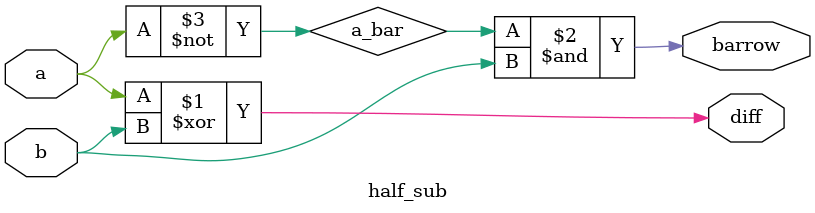
<source format=v>
module half_sub (
     input a, b, 
	 output diff, barrow
	 );
	 xor G1 (diff, a, b);
	 not G2 (a_bar, a);
	 and G3 (barrow, a_bar, b);
	 
	endmodule
</source>
